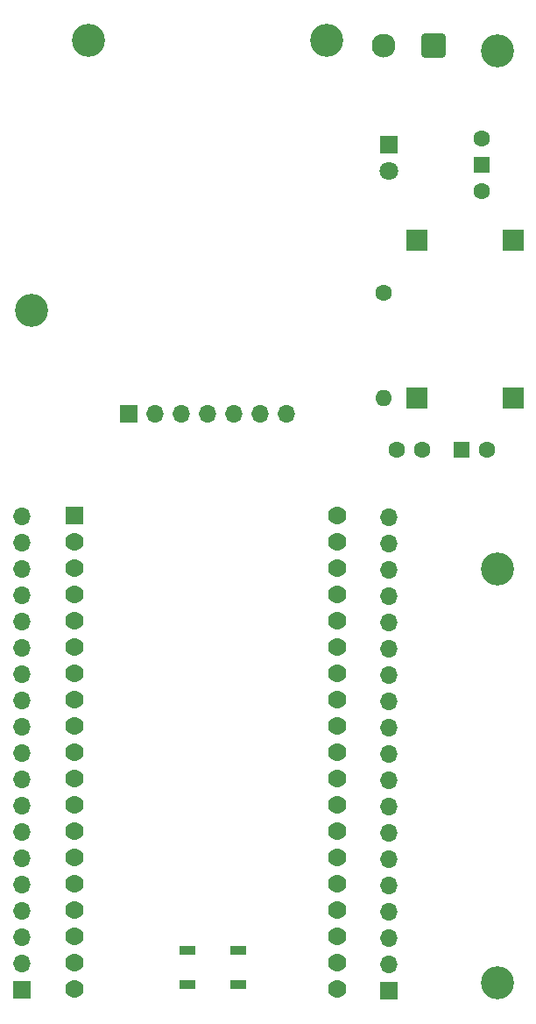
<source format=gbr>
%TF.GenerationSoftware,KiCad,Pcbnew,8.0.1*%
%TF.CreationDate,2024-04-17T14:21:35+03:00*%
%TF.ProjectId,PCB_Receiver,5043425f-5265-4636-9569-7665722e6b69,A*%
%TF.SameCoordinates,Original*%
%TF.FileFunction,Soldermask,Top*%
%TF.FilePolarity,Negative*%
%FSLAX46Y46*%
G04 Gerber Fmt 4.6, Leading zero omitted, Abs format (unit mm)*
G04 Created by KiCad (PCBNEW 8.0.1) date 2024-04-17 14:21:35*
%MOMM*%
%LPD*%
G01*
G04 APERTURE LIST*
G04 Aperture macros list*
%AMRoundRect*
0 Rectangle with rounded corners*
0 $1 Rounding radius*
0 $2 $3 $4 $5 $6 $7 $8 $9 X,Y pos of 4 corners*
0 Add a 4 corners polygon primitive as box body*
4,1,4,$2,$3,$4,$5,$6,$7,$8,$9,$2,$3,0*
0 Add four circle primitives for the rounded corners*
1,1,$1+$1,$2,$3*
1,1,$1+$1,$4,$5*
1,1,$1+$1,$6,$7*
1,1,$1+$1,$8,$9*
0 Add four rect primitives between the rounded corners*
20,1,$1+$1,$2,$3,$4,$5,0*
20,1,$1+$1,$4,$5,$6,$7,0*
20,1,$1+$1,$6,$7,$8,$9,0*
20,1,$1+$1,$8,$9,$2,$3,0*%
G04 Aperture macros list end*
%ADD10C,3.200000*%
%ADD11RoundRect,0.250001X0.899999X0.899999X-0.899999X0.899999X-0.899999X-0.899999X0.899999X-0.899999X0*%
%ADD12C,2.300000*%
%ADD13C,1.600000*%
%ADD14O,1.600000X1.600000*%
%ADD15R,1.800000X1.800000*%
%ADD16C,1.800000*%
%ADD17R,1.600000X1.600000*%
%ADD18R,2.000000X2.000000*%
%ADD19R,1.700000X1.700000*%
%ADD20O,1.700000X1.700000*%
%ADD21RoundRect,0.102000X-0.780000X-0.780000X0.780000X-0.780000X0.780000X0.780000X-0.780000X0.780000X0*%
%ADD22C,1.764000*%
%ADD23R,1.500000X1.500000*%
%ADD24R,1.500000X0.900000*%
G04 APERTURE END LIST*
D10*
%TO.C,H6*%
X144000000Y-45500000D03*
%TD*%
%TO.C,H5*%
X121000000Y-45500000D03*
%TD*%
D11*
%TO.C,J2*%
X154300000Y-46000000D03*
D12*
X149500000Y-46000000D03*
%TD*%
D13*
%TO.C,R9*%
X149500000Y-69840000D03*
D14*
X149500000Y-80000000D03*
%TD*%
D15*
%TO.C,D4*%
X150000000Y-55500000D03*
D16*
X150000000Y-58040000D03*
%TD*%
D13*
%TO.C,C6*%
X153250000Y-85000000D03*
X150750000Y-85000000D03*
%TD*%
D17*
%TO.C,C5*%
X157000000Y-85000000D03*
D13*
X159500000Y-85000000D03*
%TD*%
D18*
%TO.C,U5*%
X152750000Y-64750000D03*
X162000000Y-64750000D03*
X152750000Y-80000000D03*
X162000000Y-80000000D03*
%TD*%
D10*
%TO.C,H2*%
X160500000Y-46500000D03*
%TD*%
%TO.C,H4*%
X160500000Y-96500000D03*
%TD*%
%TO.C,H3*%
X160500000Y-136500000D03*
%TD*%
D19*
%TO.C,J6*%
X150000000Y-137220000D03*
D20*
X150000000Y-134680000D03*
X150000000Y-132140000D03*
X150000000Y-129600000D03*
X150000000Y-127060000D03*
X150000000Y-124520000D03*
X150000000Y-121980000D03*
X150000000Y-119440000D03*
X150000000Y-116900000D03*
X150000000Y-114360000D03*
X150000000Y-111820000D03*
X150000000Y-109280000D03*
X150000000Y-106740000D03*
X150000000Y-104200000D03*
X150000000Y-101660000D03*
X150000000Y-99120000D03*
X150000000Y-96580000D03*
X150000000Y-94040000D03*
X150000000Y-91500000D03*
%TD*%
D21*
%TO.C,U4*%
X119600000Y-91360000D03*
D22*
X119600000Y-93900000D03*
X119600000Y-96440000D03*
X119600000Y-98980000D03*
X119600000Y-101520000D03*
X119600000Y-104060000D03*
X119600000Y-106600000D03*
X119600000Y-109140000D03*
X119600000Y-111680000D03*
X119600000Y-114220000D03*
X119600000Y-116760000D03*
X119600000Y-119300000D03*
X119600000Y-121840000D03*
X119600000Y-124380000D03*
X119600000Y-126920000D03*
X119600000Y-129460000D03*
X119600000Y-132000000D03*
X119600000Y-134540000D03*
X119600000Y-137080000D03*
X145000000Y-91360000D03*
X145000000Y-93900000D03*
X145000000Y-96440000D03*
X145000000Y-98980000D03*
X145000000Y-101520000D03*
X145000000Y-104060000D03*
X145000000Y-106600000D03*
X145000000Y-109140000D03*
X145000000Y-111680000D03*
X145000000Y-114220000D03*
X145000000Y-116760000D03*
X145000000Y-119300000D03*
X145000000Y-121840000D03*
X145000000Y-124380000D03*
X145000000Y-126920000D03*
X145000000Y-129460000D03*
X145000000Y-132000000D03*
X145000000Y-134540000D03*
X145000000Y-137080000D03*
%TD*%
D10*
%TO.C,H1*%
X115500000Y-71500000D03*
%TD*%
D23*
%TO.C,SW2*%
X159000000Y-57460000D03*
D13*
X159000000Y-54920000D03*
X159000000Y-60000000D03*
%TD*%
D19*
%TO.C,J1*%
X124880000Y-81500000D03*
D20*
X127420000Y-81500000D03*
X129960000Y-81500000D03*
X132500000Y-81500000D03*
X135040000Y-81500000D03*
X137580000Y-81500000D03*
X140120000Y-81500000D03*
%TD*%
D19*
%TO.C,J8*%
X114500000Y-137140000D03*
D20*
X114500000Y-134600000D03*
X114500000Y-132060000D03*
X114500000Y-129520000D03*
X114500000Y-126980000D03*
X114500000Y-124440000D03*
X114500000Y-121900000D03*
X114500000Y-119360000D03*
X114500000Y-116820000D03*
X114500000Y-114280000D03*
X114500000Y-111740000D03*
X114500000Y-109200000D03*
X114500000Y-106660000D03*
X114500000Y-104120000D03*
X114500000Y-101580000D03*
X114500000Y-99040000D03*
X114500000Y-96500000D03*
X114500000Y-93960000D03*
X114500000Y-91420000D03*
%TD*%
D24*
%TO.C,D3*%
X130550000Y-133350000D03*
X130550000Y-136650000D03*
X135450000Y-136650000D03*
X135450000Y-133350000D03*
%TD*%
M02*

</source>
